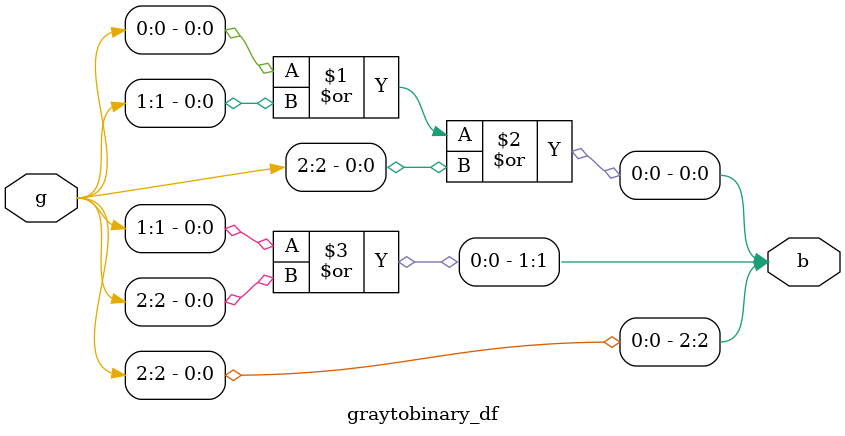
<source format=v>
`timescale 1ns / 1ps


module graytobinary_df(input [2:0]g,output[2:0]b);
assign b[0]=g[0]|g[1]|g[2];
assign b[1]=g[1]|g[2];
assign b[2]=g[2];
endmodule

</source>
